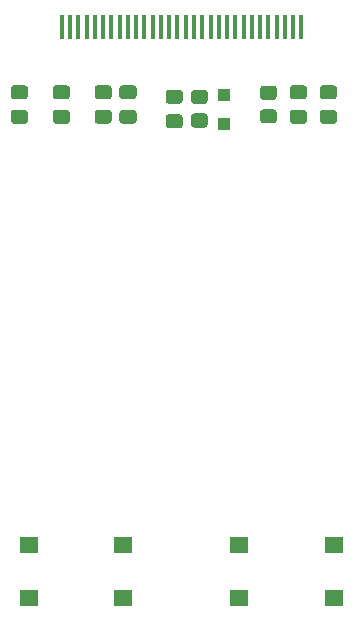
<source format=gbr>
%TF.GenerationSoftware,KiCad,Pcbnew,(5.1.9)-1*%
%TF.CreationDate,2021-03-19T20:46:11+01:00*%
%TF.ProjectId,Panel,50616e65-6c2e-46b6-9963-61645f706362,2*%
%TF.SameCoordinates,Original*%
%TF.FileFunction,Paste,Top*%
%TF.FilePolarity,Positive*%
%FSLAX46Y46*%
G04 Gerber Fmt 4.6, Leading zero omitted, Abs format (unit mm)*
G04 Created by KiCad (PCBNEW (5.1.9)-1) date 2021-03-19 20:46:11*
%MOMM*%
%LPD*%
G01*
G04 APERTURE LIST*
%ADD10R,1.000000X1.000000*%
%ADD11R,1.600000X1.400000*%
%ADD12R,0.400000X2.000000*%
G04 APERTURE END LIST*
D10*
%TO.C,D201*%
X97307400Y-74276900D03*
X97307400Y-76776900D03*
%TD*%
D11*
%TO.C,SW103*%
X106581200Y-112392900D03*
X98581200Y-112392900D03*
X106581200Y-116892900D03*
X98581200Y-116892900D03*
%TD*%
%TO.C,SW102*%
X88797900Y-112392900D03*
X80797900Y-112392900D03*
X88797900Y-116892900D03*
X80797900Y-116892900D03*
%TD*%
%TO.C,C207*%
G36*
G01*
X105671600Y-75570500D02*
X106621600Y-75570500D01*
G75*
G02*
X106871600Y-75820500I0J-250000D01*
G01*
X106871600Y-76495500D01*
G75*
G02*
X106621600Y-76745500I-250000J0D01*
G01*
X105671600Y-76745500D01*
G75*
G02*
X105421600Y-76495500I0J250000D01*
G01*
X105421600Y-75820500D01*
G75*
G02*
X105671600Y-75570500I250000J0D01*
G01*
G37*
G36*
G01*
X105671600Y-73495500D02*
X106621600Y-73495500D01*
G75*
G02*
X106871600Y-73745500I0J-250000D01*
G01*
X106871600Y-74420500D01*
G75*
G02*
X106621600Y-74670500I-250000J0D01*
G01*
X105671600Y-74670500D01*
G75*
G02*
X105421600Y-74420500I0J250000D01*
G01*
X105421600Y-73745500D01*
G75*
G02*
X105671600Y-73495500I250000J0D01*
G01*
G37*
%TD*%
%TO.C,C205*%
G36*
G01*
X92616000Y-75951500D02*
X93566000Y-75951500D01*
G75*
G02*
X93816000Y-76201500I0J-250000D01*
G01*
X93816000Y-76876500D01*
G75*
G02*
X93566000Y-77126500I-250000J0D01*
G01*
X92616000Y-77126500D01*
G75*
G02*
X92366000Y-76876500I0J250000D01*
G01*
X92366000Y-76201500D01*
G75*
G02*
X92616000Y-75951500I250000J0D01*
G01*
G37*
G36*
G01*
X92616000Y-73876500D02*
X93566000Y-73876500D01*
G75*
G02*
X93816000Y-74126500I0J-250000D01*
G01*
X93816000Y-74801500D01*
G75*
G02*
X93566000Y-75051500I-250000J0D01*
G01*
X92616000Y-75051500D01*
G75*
G02*
X92366000Y-74801500I0J250000D01*
G01*
X92366000Y-74126500D01*
G75*
G02*
X92616000Y-73876500I250000J0D01*
G01*
G37*
%TD*%
%TO.C,R202*%
G36*
G01*
X101516601Y-74720500D02*
X100616599Y-74720500D01*
G75*
G02*
X100366600Y-74470501I0J249999D01*
G01*
X100366600Y-73770499D01*
G75*
G02*
X100616599Y-73520500I249999J0D01*
G01*
X101516601Y-73520500D01*
G75*
G02*
X101766600Y-73770499I0J-249999D01*
G01*
X101766600Y-74470501D01*
G75*
G02*
X101516601Y-74720500I-249999J0D01*
G01*
G37*
G36*
G01*
X101516601Y-76720500D02*
X100616599Y-76720500D01*
G75*
G02*
X100366600Y-76470501I0J249999D01*
G01*
X100366600Y-75770499D01*
G75*
G02*
X100616599Y-75520500I249999J0D01*
G01*
X101516601Y-75520500D01*
G75*
G02*
X101766600Y-75770499I0J-249999D01*
G01*
X101766600Y-76470501D01*
G75*
G02*
X101516601Y-76720500I-249999J0D01*
G01*
G37*
%TD*%
%TO.C,C204*%
G36*
G01*
X88704400Y-75570500D02*
X89654400Y-75570500D01*
G75*
G02*
X89904400Y-75820500I0J-250000D01*
G01*
X89904400Y-76495500D01*
G75*
G02*
X89654400Y-76745500I-250000J0D01*
G01*
X88704400Y-76745500D01*
G75*
G02*
X88454400Y-76495500I0J250000D01*
G01*
X88454400Y-75820500D01*
G75*
G02*
X88704400Y-75570500I250000J0D01*
G01*
G37*
G36*
G01*
X88704400Y-73495500D02*
X89654400Y-73495500D01*
G75*
G02*
X89904400Y-73745500I0J-250000D01*
G01*
X89904400Y-74420500D01*
G75*
G02*
X89654400Y-74670500I-250000J0D01*
G01*
X88704400Y-74670500D01*
G75*
G02*
X88454400Y-74420500I0J250000D01*
G01*
X88454400Y-73745500D01*
G75*
G02*
X88704400Y-73495500I250000J0D01*
G01*
G37*
%TD*%
%TO.C,C206*%
G36*
G01*
X103131600Y-75570500D02*
X104081600Y-75570500D01*
G75*
G02*
X104331600Y-75820500I0J-250000D01*
G01*
X104331600Y-76495500D01*
G75*
G02*
X104081600Y-76745500I-250000J0D01*
G01*
X103131600Y-76745500D01*
G75*
G02*
X102881600Y-76495500I0J250000D01*
G01*
X102881600Y-75820500D01*
G75*
G02*
X103131600Y-75570500I250000J0D01*
G01*
G37*
G36*
G01*
X103131600Y-73495500D02*
X104081600Y-73495500D01*
G75*
G02*
X104331600Y-73745500I0J-250000D01*
G01*
X104331600Y-74420500D01*
G75*
G02*
X104081600Y-74670500I-250000J0D01*
G01*
X103131600Y-74670500D01*
G75*
G02*
X102881600Y-74420500I0J250000D01*
G01*
X102881600Y-73745500D01*
G75*
G02*
X103131600Y-73495500I250000J0D01*
G01*
G37*
%TD*%
%TO.C,C202*%
G36*
G01*
X83065600Y-75570500D02*
X84015600Y-75570500D01*
G75*
G02*
X84265600Y-75820500I0J-250000D01*
G01*
X84265600Y-76495500D01*
G75*
G02*
X84015600Y-76745500I-250000J0D01*
G01*
X83065600Y-76745500D01*
G75*
G02*
X82815600Y-76495500I0J250000D01*
G01*
X82815600Y-75820500D01*
G75*
G02*
X83065600Y-75570500I250000J0D01*
G01*
G37*
G36*
G01*
X83065600Y-73495500D02*
X84015600Y-73495500D01*
G75*
G02*
X84265600Y-73745500I0J-250000D01*
G01*
X84265600Y-74420500D01*
G75*
G02*
X84015600Y-74670500I-250000J0D01*
G01*
X83065600Y-74670500D01*
G75*
G02*
X82815600Y-74420500I0J250000D01*
G01*
X82815600Y-73745500D01*
G75*
G02*
X83065600Y-73495500I250000J0D01*
G01*
G37*
%TD*%
D12*
%TO.C,J203*%
X103870400Y-68523100D03*
X103170400Y-68523100D03*
X102470400Y-68523100D03*
X101770400Y-68523100D03*
X101070400Y-68523100D03*
X100370400Y-68523100D03*
X99670400Y-68523100D03*
X98970400Y-68523100D03*
X98270400Y-68523100D03*
X97570400Y-68523100D03*
X96870400Y-68523100D03*
X96170400Y-68523100D03*
X95470400Y-68523100D03*
X94770400Y-68523100D03*
X94070400Y-68523100D03*
X93370400Y-68523100D03*
X92670400Y-68523100D03*
X91970400Y-68523100D03*
X91270400Y-68523100D03*
X90570400Y-68523100D03*
X89870400Y-68523100D03*
X89170400Y-68523100D03*
X88470400Y-68523100D03*
X87770400Y-68523100D03*
X87070400Y-68523100D03*
X86370400Y-68523100D03*
X85670400Y-68523100D03*
X84970400Y-68523100D03*
X84270400Y-68523100D03*
X83570400Y-68523100D03*
%TD*%
%TO.C,R201*%
G36*
G01*
X95674601Y-75076100D02*
X94774599Y-75076100D01*
G75*
G02*
X94524600Y-74826101I0J249999D01*
G01*
X94524600Y-74126099D01*
G75*
G02*
X94774599Y-73876100I249999J0D01*
G01*
X95674601Y-73876100D01*
G75*
G02*
X95924600Y-74126099I0J-249999D01*
G01*
X95924600Y-74826101D01*
G75*
G02*
X95674601Y-75076100I-249999J0D01*
G01*
G37*
G36*
G01*
X95674601Y-77076100D02*
X94774599Y-77076100D01*
G75*
G02*
X94524600Y-76826101I0J249999D01*
G01*
X94524600Y-76126099D01*
G75*
G02*
X94774599Y-75876100I249999J0D01*
G01*
X95674601Y-75876100D01*
G75*
G02*
X95924600Y-76126099I0J-249999D01*
G01*
X95924600Y-76826101D01*
G75*
G02*
X95674601Y-77076100I-249999J0D01*
G01*
G37*
%TD*%
%TO.C,C203*%
G36*
G01*
X86596200Y-75570500D02*
X87546200Y-75570500D01*
G75*
G02*
X87796200Y-75820500I0J-250000D01*
G01*
X87796200Y-76495500D01*
G75*
G02*
X87546200Y-76745500I-250000J0D01*
G01*
X86596200Y-76745500D01*
G75*
G02*
X86346200Y-76495500I0J250000D01*
G01*
X86346200Y-75820500D01*
G75*
G02*
X86596200Y-75570500I250000J0D01*
G01*
G37*
G36*
G01*
X86596200Y-73495500D02*
X87546200Y-73495500D01*
G75*
G02*
X87796200Y-73745500I0J-250000D01*
G01*
X87796200Y-74420500D01*
G75*
G02*
X87546200Y-74670500I-250000J0D01*
G01*
X86596200Y-74670500D01*
G75*
G02*
X86346200Y-74420500I0J250000D01*
G01*
X86346200Y-73745500D01*
G75*
G02*
X86596200Y-73495500I250000J0D01*
G01*
G37*
%TD*%
%TO.C,C201*%
G36*
G01*
X79509600Y-75570500D02*
X80459600Y-75570500D01*
G75*
G02*
X80709600Y-75820500I0J-250000D01*
G01*
X80709600Y-76495500D01*
G75*
G02*
X80459600Y-76745500I-250000J0D01*
G01*
X79509600Y-76745500D01*
G75*
G02*
X79259600Y-76495500I0J250000D01*
G01*
X79259600Y-75820500D01*
G75*
G02*
X79509600Y-75570500I250000J0D01*
G01*
G37*
G36*
G01*
X79509600Y-73495500D02*
X80459600Y-73495500D01*
G75*
G02*
X80709600Y-73745500I0J-250000D01*
G01*
X80709600Y-74420500D01*
G75*
G02*
X80459600Y-74670500I-250000J0D01*
G01*
X79509600Y-74670500D01*
G75*
G02*
X79259600Y-74420500I0J250000D01*
G01*
X79259600Y-73745500D01*
G75*
G02*
X79509600Y-73495500I250000J0D01*
G01*
G37*
%TD*%
M02*

</source>
